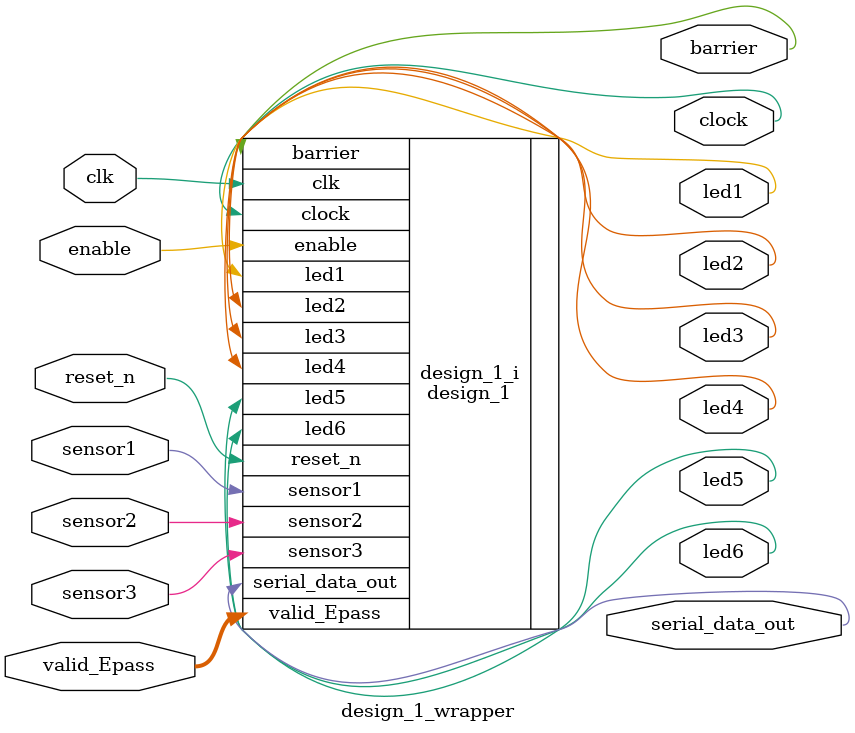
<source format=v>
`timescale 1 ps / 1 ps

module design_1_wrapper
   (barrier,
    clk,
    clock,
    enable,
    led1,
    led2,
    led3,
    led4,
    led5,
    led6,
    reset_n,
    sensor1,
    sensor2,
    sensor3,
    serial_data_out,
    valid_Epass);
  output barrier;
  input clk;
  output clock;
  input enable;
  output led1;
  output led2;
  output led3;
  output led4;
  output led5;
  output led6;
  input reset_n;
  input sensor1;
  input sensor2;
  input sensor3;
  output serial_data_out;
  input [1:0]valid_Epass;

  wire barrier;
  wire clk;
  wire clock;
  wire enable;
  wire led1;
  wire led2;
  wire led3;
  wire led4;
  wire led5;
  wire led6;
  wire reset_n;
  wire sensor1;
  wire sensor2;
  wire sensor3;
  wire serial_data_out;
  wire [1:0]valid_Epass;

  design_1 design_1_i
       (.barrier(barrier),
        .clk(clk),
        .clock(clock),
        .enable(enable),
        .led1(led1),
        .led2(led2),
        .led3(led3),
        .led4(led4),
        .led5(led5),
        .led6(led6),
        .reset_n(reset_n),
        .sensor1(sensor1),
        .sensor2(sensor2),
        .sensor3(sensor3),
        .serial_data_out(serial_data_out),
        .valid_Epass(valid_Epass));
endmodule

</source>
